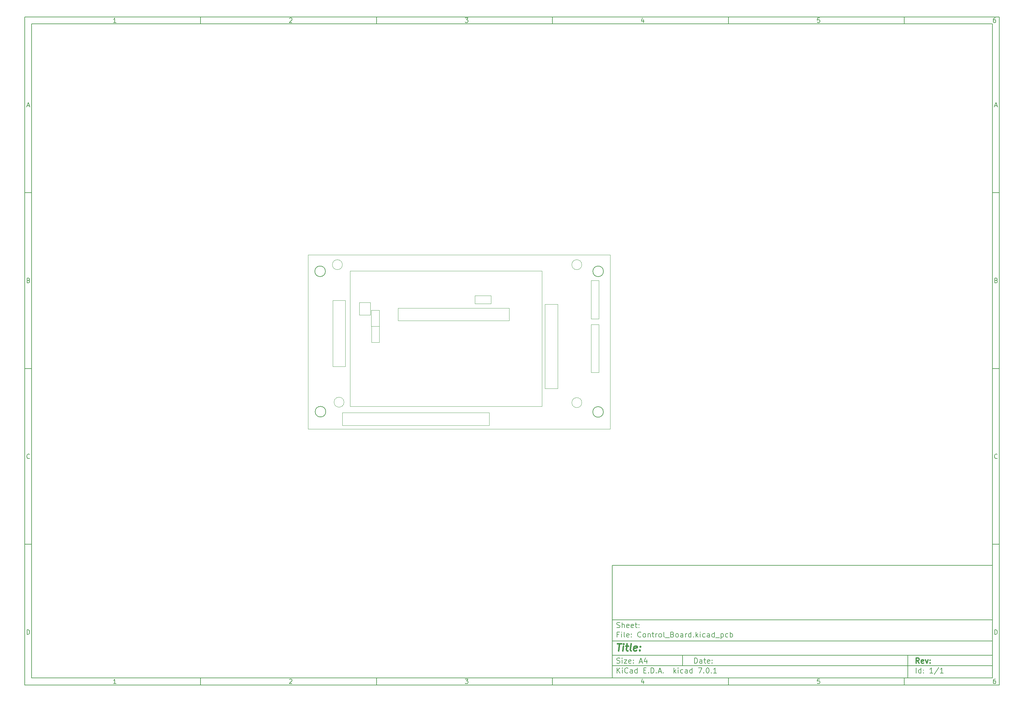
<source format=gbr>
%TF.GenerationSoftware,KiCad,Pcbnew,7.0.1*%
%TF.CreationDate,2023-11-03T16:51:15+00:00*%
%TF.ProjectId,Control_Board,436f6e74-726f-46c5-9f42-6f6172642e6b,rev?*%
%TF.SameCoordinates,Original*%
%TF.FileFunction,Other,User*%
%FSLAX45Y45*%
G04 Gerber Fmt 4.5, Leading zero omitted, Abs format (unit mm)*
G04 Created by KiCad (PCBNEW 7.0.1) date 2023-11-03 16:51:15*
%MOMM*%
%LPD*%
G01*
G04 APERTURE LIST*
%ADD10C,0.100000*%
%ADD11C,0.150000*%
%ADD12C,0.300000*%
%ADD13C,0.400000*%
%ADD14C,0.050000*%
%TA.AperFunction,Profile*%
%ADD15C,0.200000*%
%TD*%
%TA.AperFunction,Profile*%
%ADD16C,0.100000*%
%TD*%
G04 APERTURE END LIST*
D10*
D11*
X17700220Y-16600720D02*
X28500220Y-16600720D01*
X28500220Y-19800720D01*
X17700220Y-19800720D01*
X17700220Y-16600720D01*
D10*
D11*
X1000000Y-1000000D02*
X28700220Y-1000000D01*
X28700220Y-20000720D01*
X1000000Y-20000720D01*
X1000000Y-1000000D01*
D10*
D11*
X1200000Y-1200000D02*
X28500220Y-1200000D01*
X28500220Y-19800720D01*
X1200000Y-19800720D01*
X1200000Y-1200000D01*
D10*
D11*
X6000000Y-1200000D02*
X6000000Y-1000000D01*
D10*
D11*
X11000000Y-1200000D02*
X11000000Y-1000000D01*
D10*
D11*
X16000000Y-1200000D02*
X16000000Y-1000000D01*
D10*
D11*
X21000000Y-1200000D02*
X21000000Y-1000000D01*
D10*
D11*
X26000000Y-1200000D02*
X26000000Y-1000000D01*
D10*
D11*
X3599048Y-1160140D02*
X3524762Y-1160140D01*
X3561905Y-1160140D02*
X3561905Y-1030140D01*
X3561905Y-1030140D02*
X3549524Y-1048712D01*
X3549524Y-1048712D02*
X3537143Y-1061093D01*
X3537143Y-1061093D02*
X3524762Y-1067283D01*
D10*
D11*
X8524762Y-1042521D02*
X8530952Y-1036331D01*
X8530952Y-1036331D02*
X8543333Y-1030140D01*
X8543333Y-1030140D02*
X8574286Y-1030140D01*
X8574286Y-1030140D02*
X8586667Y-1036331D01*
X8586667Y-1036331D02*
X8592857Y-1042521D01*
X8592857Y-1042521D02*
X8599048Y-1054902D01*
X8599048Y-1054902D02*
X8599048Y-1067283D01*
X8599048Y-1067283D02*
X8592857Y-1085855D01*
X8592857Y-1085855D02*
X8518571Y-1160140D01*
X8518571Y-1160140D02*
X8599048Y-1160140D01*
D10*
D11*
X13518571Y-1030140D02*
X13599048Y-1030140D01*
X13599048Y-1030140D02*
X13555714Y-1079664D01*
X13555714Y-1079664D02*
X13574286Y-1079664D01*
X13574286Y-1079664D02*
X13586667Y-1085855D01*
X13586667Y-1085855D02*
X13592857Y-1092045D01*
X13592857Y-1092045D02*
X13599048Y-1104426D01*
X13599048Y-1104426D02*
X13599048Y-1135379D01*
X13599048Y-1135379D02*
X13592857Y-1147760D01*
X13592857Y-1147760D02*
X13586667Y-1153950D01*
X13586667Y-1153950D02*
X13574286Y-1160140D01*
X13574286Y-1160140D02*
X13537143Y-1160140D01*
X13537143Y-1160140D02*
X13524762Y-1153950D01*
X13524762Y-1153950D02*
X13518571Y-1147760D01*
D10*
D11*
X18586667Y-1073474D02*
X18586667Y-1160140D01*
X18555714Y-1023950D02*
X18524762Y-1116807D01*
X18524762Y-1116807D02*
X18605238Y-1116807D01*
D10*
D11*
X23592857Y-1030140D02*
X23530952Y-1030140D01*
X23530952Y-1030140D02*
X23524762Y-1092045D01*
X23524762Y-1092045D02*
X23530952Y-1085855D01*
X23530952Y-1085855D02*
X23543333Y-1079664D01*
X23543333Y-1079664D02*
X23574286Y-1079664D01*
X23574286Y-1079664D02*
X23586667Y-1085855D01*
X23586667Y-1085855D02*
X23592857Y-1092045D01*
X23592857Y-1092045D02*
X23599048Y-1104426D01*
X23599048Y-1104426D02*
X23599048Y-1135379D01*
X23599048Y-1135379D02*
X23592857Y-1147760D01*
X23592857Y-1147760D02*
X23586667Y-1153950D01*
X23586667Y-1153950D02*
X23574286Y-1160140D01*
X23574286Y-1160140D02*
X23543333Y-1160140D01*
X23543333Y-1160140D02*
X23530952Y-1153950D01*
X23530952Y-1153950D02*
X23524762Y-1147760D01*
D10*
D11*
X28586667Y-1030140D02*
X28561905Y-1030140D01*
X28561905Y-1030140D02*
X28549524Y-1036331D01*
X28549524Y-1036331D02*
X28543333Y-1042521D01*
X28543333Y-1042521D02*
X28530952Y-1061093D01*
X28530952Y-1061093D02*
X28524762Y-1085855D01*
X28524762Y-1085855D02*
X28524762Y-1135379D01*
X28524762Y-1135379D02*
X28530952Y-1147760D01*
X28530952Y-1147760D02*
X28537143Y-1153950D01*
X28537143Y-1153950D02*
X28549524Y-1160140D01*
X28549524Y-1160140D02*
X28574286Y-1160140D01*
X28574286Y-1160140D02*
X28586667Y-1153950D01*
X28586667Y-1153950D02*
X28592857Y-1147760D01*
X28592857Y-1147760D02*
X28599048Y-1135379D01*
X28599048Y-1135379D02*
X28599048Y-1104426D01*
X28599048Y-1104426D02*
X28592857Y-1092045D01*
X28592857Y-1092045D02*
X28586667Y-1085855D01*
X28586667Y-1085855D02*
X28574286Y-1079664D01*
X28574286Y-1079664D02*
X28549524Y-1079664D01*
X28549524Y-1079664D02*
X28537143Y-1085855D01*
X28537143Y-1085855D02*
X28530952Y-1092045D01*
X28530952Y-1092045D02*
X28524762Y-1104426D01*
D10*
D11*
X6000000Y-19800720D02*
X6000000Y-20000720D01*
D10*
D11*
X11000000Y-19800720D02*
X11000000Y-20000720D01*
D10*
D11*
X16000000Y-19800720D02*
X16000000Y-20000720D01*
D10*
D11*
X21000000Y-19800720D02*
X21000000Y-20000720D01*
D10*
D11*
X26000000Y-19800720D02*
X26000000Y-20000720D01*
D10*
D11*
X3599048Y-19960860D02*
X3524762Y-19960860D01*
X3561905Y-19960860D02*
X3561905Y-19830860D01*
X3561905Y-19830860D02*
X3549524Y-19849432D01*
X3549524Y-19849432D02*
X3537143Y-19861813D01*
X3537143Y-19861813D02*
X3524762Y-19868003D01*
D10*
D11*
X8524762Y-19843241D02*
X8530952Y-19837051D01*
X8530952Y-19837051D02*
X8543333Y-19830860D01*
X8543333Y-19830860D02*
X8574286Y-19830860D01*
X8574286Y-19830860D02*
X8586667Y-19837051D01*
X8586667Y-19837051D02*
X8592857Y-19843241D01*
X8592857Y-19843241D02*
X8599048Y-19855622D01*
X8599048Y-19855622D02*
X8599048Y-19868003D01*
X8599048Y-19868003D02*
X8592857Y-19886575D01*
X8592857Y-19886575D02*
X8518571Y-19960860D01*
X8518571Y-19960860D02*
X8599048Y-19960860D01*
D10*
D11*
X13518571Y-19830860D02*
X13599048Y-19830860D01*
X13599048Y-19830860D02*
X13555714Y-19880384D01*
X13555714Y-19880384D02*
X13574286Y-19880384D01*
X13574286Y-19880384D02*
X13586667Y-19886575D01*
X13586667Y-19886575D02*
X13592857Y-19892765D01*
X13592857Y-19892765D02*
X13599048Y-19905146D01*
X13599048Y-19905146D02*
X13599048Y-19936099D01*
X13599048Y-19936099D02*
X13592857Y-19948480D01*
X13592857Y-19948480D02*
X13586667Y-19954670D01*
X13586667Y-19954670D02*
X13574286Y-19960860D01*
X13574286Y-19960860D02*
X13537143Y-19960860D01*
X13537143Y-19960860D02*
X13524762Y-19954670D01*
X13524762Y-19954670D02*
X13518571Y-19948480D01*
D10*
D11*
X18586667Y-19874194D02*
X18586667Y-19960860D01*
X18555714Y-19824670D02*
X18524762Y-19917527D01*
X18524762Y-19917527D02*
X18605238Y-19917527D01*
D10*
D11*
X23592857Y-19830860D02*
X23530952Y-19830860D01*
X23530952Y-19830860D02*
X23524762Y-19892765D01*
X23524762Y-19892765D02*
X23530952Y-19886575D01*
X23530952Y-19886575D02*
X23543333Y-19880384D01*
X23543333Y-19880384D02*
X23574286Y-19880384D01*
X23574286Y-19880384D02*
X23586667Y-19886575D01*
X23586667Y-19886575D02*
X23592857Y-19892765D01*
X23592857Y-19892765D02*
X23599048Y-19905146D01*
X23599048Y-19905146D02*
X23599048Y-19936099D01*
X23599048Y-19936099D02*
X23592857Y-19948480D01*
X23592857Y-19948480D02*
X23586667Y-19954670D01*
X23586667Y-19954670D02*
X23574286Y-19960860D01*
X23574286Y-19960860D02*
X23543333Y-19960860D01*
X23543333Y-19960860D02*
X23530952Y-19954670D01*
X23530952Y-19954670D02*
X23524762Y-19948480D01*
D10*
D11*
X28586667Y-19830860D02*
X28561905Y-19830860D01*
X28561905Y-19830860D02*
X28549524Y-19837051D01*
X28549524Y-19837051D02*
X28543333Y-19843241D01*
X28543333Y-19843241D02*
X28530952Y-19861813D01*
X28530952Y-19861813D02*
X28524762Y-19886575D01*
X28524762Y-19886575D02*
X28524762Y-19936099D01*
X28524762Y-19936099D02*
X28530952Y-19948480D01*
X28530952Y-19948480D02*
X28537143Y-19954670D01*
X28537143Y-19954670D02*
X28549524Y-19960860D01*
X28549524Y-19960860D02*
X28574286Y-19960860D01*
X28574286Y-19960860D02*
X28586667Y-19954670D01*
X28586667Y-19954670D02*
X28592857Y-19948480D01*
X28592857Y-19948480D02*
X28599048Y-19936099D01*
X28599048Y-19936099D02*
X28599048Y-19905146D01*
X28599048Y-19905146D02*
X28592857Y-19892765D01*
X28592857Y-19892765D02*
X28586667Y-19886575D01*
X28586667Y-19886575D02*
X28574286Y-19880384D01*
X28574286Y-19880384D02*
X28549524Y-19880384D01*
X28549524Y-19880384D02*
X28537143Y-19886575D01*
X28537143Y-19886575D02*
X28530952Y-19892765D01*
X28530952Y-19892765D02*
X28524762Y-19905146D01*
D10*
D11*
X1000000Y-6000000D02*
X1200000Y-6000000D01*
D10*
D11*
X1000000Y-11000000D02*
X1200000Y-11000000D01*
D10*
D11*
X1000000Y-16000000D02*
X1200000Y-16000000D01*
D10*
D11*
X1069048Y-3522998D02*
X1130952Y-3522998D01*
X1056667Y-3560140D02*
X1100000Y-3430140D01*
X1100000Y-3430140D02*
X1143333Y-3560140D01*
D10*
D11*
X1109286Y-8492045D02*
X1127857Y-8498236D01*
X1127857Y-8498236D02*
X1134048Y-8504426D01*
X1134048Y-8504426D02*
X1140238Y-8516807D01*
X1140238Y-8516807D02*
X1140238Y-8535379D01*
X1140238Y-8535379D02*
X1134048Y-8547760D01*
X1134048Y-8547760D02*
X1127857Y-8553950D01*
X1127857Y-8553950D02*
X1115476Y-8560140D01*
X1115476Y-8560140D02*
X1065952Y-8560140D01*
X1065952Y-8560140D02*
X1065952Y-8430140D01*
X1065952Y-8430140D02*
X1109286Y-8430140D01*
X1109286Y-8430140D02*
X1121667Y-8436331D01*
X1121667Y-8436331D02*
X1127857Y-8442521D01*
X1127857Y-8442521D02*
X1134048Y-8454902D01*
X1134048Y-8454902D02*
X1134048Y-8467283D01*
X1134048Y-8467283D02*
X1127857Y-8479664D01*
X1127857Y-8479664D02*
X1121667Y-8485855D01*
X1121667Y-8485855D02*
X1109286Y-8492045D01*
X1109286Y-8492045D02*
X1065952Y-8492045D01*
D10*
D11*
X1140238Y-13547759D02*
X1134048Y-13553950D01*
X1134048Y-13553950D02*
X1115476Y-13560140D01*
X1115476Y-13560140D02*
X1103095Y-13560140D01*
X1103095Y-13560140D02*
X1084524Y-13553950D01*
X1084524Y-13553950D02*
X1072143Y-13541569D01*
X1072143Y-13541569D02*
X1065952Y-13529188D01*
X1065952Y-13529188D02*
X1059762Y-13504426D01*
X1059762Y-13504426D02*
X1059762Y-13485855D01*
X1059762Y-13485855D02*
X1065952Y-13461093D01*
X1065952Y-13461093D02*
X1072143Y-13448712D01*
X1072143Y-13448712D02*
X1084524Y-13436331D01*
X1084524Y-13436331D02*
X1103095Y-13430140D01*
X1103095Y-13430140D02*
X1115476Y-13430140D01*
X1115476Y-13430140D02*
X1134048Y-13436331D01*
X1134048Y-13436331D02*
X1140238Y-13442521D01*
D10*
D11*
X1065952Y-18560140D02*
X1065952Y-18430140D01*
X1065952Y-18430140D02*
X1096905Y-18430140D01*
X1096905Y-18430140D02*
X1115476Y-18436331D01*
X1115476Y-18436331D02*
X1127857Y-18448712D01*
X1127857Y-18448712D02*
X1134048Y-18461093D01*
X1134048Y-18461093D02*
X1140238Y-18485855D01*
X1140238Y-18485855D02*
X1140238Y-18504426D01*
X1140238Y-18504426D02*
X1134048Y-18529188D01*
X1134048Y-18529188D02*
X1127857Y-18541569D01*
X1127857Y-18541569D02*
X1115476Y-18553950D01*
X1115476Y-18553950D02*
X1096905Y-18560140D01*
X1096905Y-18560140D02*
X1065952Y-18560140D01*
D10*
D11*
X28700220Y-6000000D02*
X28500220Y-6000000D01*
D10*
D11*
X28700220Y-11000000D02*
X28500220Y-11000000D01*
D10*
D11*
X28700220Y-16000000D02*
X28500220Y-16000000D01*
D10*
D11*
X28569268Y-3522998D02*
X28631172Y-3522998D01*
X28556887Y-3560140D02*
X28600220Y-3430140D01*
X28600220Y-3430140D02*
X28643553Y-3560140D01*
D10*
D11*
X28609506Y-8492045D02*
X28628077Y-8498236D01*
X28628077Y-8498236D02*
X28634268Y-8504426D01*
X28634268Y-8504426D02*
X28640458Y-8516807D01*
X28640458Y-8516807D02*
X28640458Y-8535379D01*
X28640458Y-8535379D02*
X28634268Y-8547760D01*
X28634268Y-8547760D02*
X28628077Y-8553950D01*
X28628077Y-8553950D02*
X28615696Y-8560140D01*
X28615696Y-8560140D02*
X28566172Y-8560140D01*
X28566172Y-8560140D02*
X28566172Y-8430140D01*
X28566172Y-8430140D02*
X28609506Y-8430140D01*
X28609506Y-8430140D02*
X28621887Y-8436331D01*
X28621887Y-8436331D02*
X28628077Y-8442521D01*
X28628077Y-8442521D02*
X28634268Y-8454902D01*
X28634268Y-8454902D02*
X28634268Y-8467283D01*
X28634268Y-8467283D02*
X28628077Y-8479664D01*
X28628077Y-8479664D02*
X28621887Y-8485855D01*
X28621887Y-8485855D02*
X28609506Y-8492045D01*
X28609506Y-8492045D02*
X28566172Y-8492045D01*
D10*
D11*
X28640458Y-13547759D02*
X28634268Y-13553950D01*
X28634268Y-13553950D02*
X28615696Y-13560140D01*
X28615696Y-13560140D02*
X28603315Y-13560140D01*
X28603315Y-13560140D02*
X28584744Y-13553950D01*
X28584744Y-13553950D02*
X28572363Y-13541569D01*
X28572363Y-13541569D02*
X28566172Y-13529188D01*
X28566172Y-13529188D02*
X28559982Y-13504426D01*
X28559982Y-13504426D02*
X28559982Y-13485855D01*
X28559982Y-13485855D02*
X28566172Y-13461093D01*
X28566172Y-13461093D02*
X28572363Y-13448712D01*
X28572363Y-13448712D02*
X28584744Y-13436331D01*
X28584744Y-13436331D02*
X28603315Y-13430140D01*
X28603315Y-13430140D02*
X28615696Y-13430140D01*
X28615696Y-13430140D02*
X28634268Y-13436331D01*
X28634268Y-13436331D02*
X28640458Y-13442521D01*
D10*
D11*
X28566172Y-18560140D02*
X28566172Y-18430140D01*
X28566172Y-18430140D02*
X28597125Y-18430140D01*
X28597125Y-18430140D02*
X28615696Y-18436331D01*
X28615696Y-18436331D02*
X28628077Y-18448712D01*
X28628077Y-18448712D02*
X28634268Y-18461093D01*
X28634268Y-18461093D02*
X28640458Y-18485855D01*
X28640458Y-18485855D02*
X28640458Y-18504426D01*
X28640458Y-18504426D02*
X28634268Y-18529188D01*
X28634268Y-18529188D02*
X28628077Y-18541569D01*
X28628077Y-18541569D02*
X28615696Y-18553950D01*
X28615696Y-18553950D02*
X28597125Y-18560140D01*
X28597125Y-18560140D02*
X28566172Y-18560140D01*
D10*
D11*
X20035934Y-19380113D02*
X20035934Y-19230113D01*
X20035934Y-19230113D02*
X20071649Y-19230113D01*
X20071649Y-19230113D02*
X20093077Y-19237256D01*
X20093077Y-19237256D02*
X20107363Y-19251541D01*
X20107363Y-19251541D02*
X20114506Y-19265827D01*
X20114506Y-19265827D02*
X20121649Y-19294399D01*
X20121649Y-19294399D02*
X20121649Y-19315827D01*
X20121649Y-19315827D02*
X20114506Y-19344399D01*
X20114506Y-19344399D02*
X20107363Y-19358684D01*
X20107363Y-19358684D02*
X20093077Y-19372970D01*
X20093077Y-19372970D02*
X20071649Y-19380113D01*
X20071649Y-19380113D02*
X20035934Y-19380113D01*
X20250220Y-19380113D02*
X20250220Y-19301541D01*
X20250220Y-19301541D02*
X20243077Y-19287256D01*
X20243077Y-19287256D02*
X20228791Y-19280113D01*
X20228791Y-19280113D02*
X20200220Y-19280113D01*
X20200220Y-19280113D02*
X20185934Y-19287256D01*
X20250220Y-19372970D02*
X20235934Y-19380113D01*
X20235934Y-19380113D02*
X20200220Y-19380113D01*
X20200220Y-19380113D02*
X20185934Y-19372970D01*
X20185934Y-19372970D02*
X20178791Y-19358684D01*
X20178791Y-19358684D02*
X20178791Y-19344399D01*
X20178791Y-19344399D02*
X20185934Y-19330113D01*
X20185934Y-19330113D02*
X20200220Y-19322970D01*
X20200220Y-19322970D02*
X20235934Y-19322970D01*
X20235934Y-19322970D02*
X20250220Y-19315827D01*
X20300220Y-19280113D02*
X20357363Y-19280113D01*
X20321649Y-19230113D02*
X20321649Y-19358684D01*
X20321649Y-19358684D02*
X20328791Y-19372970D01*
X20328791Y-19372970D02*
X20343077Y-19380113D01*
X20343077Y-19380113D02*
X20357363Y-19380113D01*
X20464506Y-19372970D02*
X20450220Y-19380113D01*
X20450220Y-19380113D02*
X20421649Y-19380113D01*
X20421649Y-19380113D02*
X20407363Y-19372970D01*
X20407363Y-19372970D02*
X20400220Y-19358684D01*
X20400220Y-19358684D02*
X20400220Y-19301541D01*
X20400220Y-19301541D02*
X20407363Y-19287256D01*
X20407363Y-19287256D02*
X20421649Y-19280113D01*
X20421649Y-19280113D02*
X20450220Y-19280113D01*
X20450220Y-19280113D02*
X20464506Y-19287256D01*
X20464506Y-19287256D02*
X20471649Y-19301541D01*
X20471649Y-19301541D02*
X20471649Y-19315827D01*
X20471649Y-19315827D02*
X20400220Y-19330113D01*
X20535934Y-19365827D02*
X20543077Y-19372970D01*
X20543077Y-19372970D02*
X20535934Y-19380113D01*
X20535934Y-19380113D02*
X20528791Y-19372970D01*
X20528791Y-19372970D02*
X20535934Y-19365827D01*
X20535934Y-19365827D02*
X20535934Y-19380113D01*
X20535934Y-19287256D02*
X20543077Y-19294399D01*
X20543077Y-19294399D02*
X20535934Y-19301541D01*
X20535934Y-19301541D02*
X20528791Y-19294399D01*
X20528791Y-19294399D02*
X20535934Y-19287256D01*
X20535934Y-19287256D02*
X20535934Y-19301541D01*
D10*
D11*
X17700220Y-19450720D02*
X28500220Y-19450720D01*
D10*
D11*
X17835934Y-19660113D02*
X17835934Y-19510113D01*
X17921649Y-19660113D02*
X17857363Y-19574399D01*
X17921649Y-19510113D02*
X17835934Y-19595827D01*
X17985934Y-19660113D02*
X17985934Y-19560113D01*
X17985934Y-19510113D02*
X17978791Y-19517256D01*
X17978791Y-19517256D02*
X17985934Y-19524399D01*
X17985934Y-19524399D02*
X17993077Y-19517256D01*
X17993077Y-19517256D02*
X17985934Y-19510113D01*
X17985934Y-19510113D02*
X17985934Y-19524399D01*
X18143077Y-19645827D02*
X18135934Y-19652970D01*
X18135934Y-19652970D02*
X18114506Y-19660113D01*
X18114506Y-19660113D02*
X18100220Y-19660113D01*
X18100220Y-19660113D02*
X18078791Y-19652970D01*
X18078791Y-19652970D02*
X18064506Y-19638684D01*
X18064506Y-19638684D02*
X18057363Y-19624399D01*
X18057363Y-19624399D02*
X18050220Y-19595827D01*
X18050220Y-19595827D02*
X18050220Y-19574399D01*
X18050220Y-19574399D02*
X18057363Y-19545827D01*
X18057363Y-19545827D02*
X18064506Y-19531541D01*
X18064506Y-19531541D02*
X18078791Y-19517256D01*
X18078791Y-19517256D02*
X18100220Y-19510113D01*
X18100220Y-19510113D02*
X18114506Y-19510113D01*
X18114506Y-19510113D02*
X18135934Y-19517256D01*
X18135934Y-19517256D02*
X18143077Y-19524399D01*
X18271649Y-19660113D02*
X18271649Y-19581541D01*
X18271649Y-19581541D02*
X18264506Y-19567256D01*
X18264506Y-19567256D02*
X18250220Y-19560113D01*
X18250220Y-19560113D02*
X18221649Y-19560113D01*
X18221649Y-19560113D02*
X18207363Y-19567256D01*
X18271649Y-19652970D02*
X18257363Y-19660113D01*
X18257363Y-19660113D02*
X18221649Y-19660113D01*
X18221649Y-19660113D02*
X18207363Y-19652970D01*
X18207363Y-19652970D02*
X18200220Y-19638684D01*
X18200220Y-19638684D02*
X18200220Y-19624399D01*
X18200220Y-19624399D02*
X18207363Y-19610113D01*
X18207363Y-19610113D02*
X18221649Y-19602970D01*
X18221649Y-19602970D02*
X18257363Y-19602970D01*
X18257363Y-19602970D02*
X18271649Y-19595827D01*
X18407363Y-19660113D02*
X18407363Y-19510113D01*
X18407363Y-19652970D02*
X18393077Y-19660113D01*
X18393077Y-19660113D02*
X18364506Y-19660113D01*
X18364506Y-19660113D02*
X18350220Y-19652970D01*
X18350220Y-19652970D02*
X18343077Y-19645827D01*
X18343077Y-19645827D02*
X18335934Y-19631541D01*
X18335934Y-19631541D02*
X18335934Y-19588684D01*
X18335934Y-19588684D02*
X18343077Y-19574399D01*
X18343077Y-19574399D02*
X18350220Y-19567256D01*
X18350220Y-19567256D02*
X18364506Y-19560113D01*
X18364506Y-19560113D02*
X18393077Y-19560113D01*
X18393077Y-19560113D02*
X18407363Y-19567256D01*
X18593077Y-19581541D02*
X18643077Y-19581541D01*
X18664506Y-19660113D02*
X18593077Y-19660113D01*
X18593077Y-19660113D02*
X18593077Y-19510113D01*
X18593077Y-19510113D02*
X18664506Y-19510113D01*
X18728791Y-19645827D02*
X18735934Y-19652970D01*
X18735934Y-19652970D02*
X18728791Y-19660113D01*
X18728791Y-19660113D02*
X18721649Y-19652970D01*
X18721649Y-19652970D02*
X18728791Y-19645827D01*
X18728791Y-19645827D02*
X18728791Y-19660113D01*
X18800220Y-19660113D02*
X18800220Y-19510113D01*
X18800220Y-19510113D02*
X18835934Y-19510113D01*
X18835934Y-19510113D02*
X18857363Y-19517256D01*
X18857363Y-19517256D02*
X18871649Y-19531541D01*
X18871649Y-19531541D02*
X18878792Y-19545827D01*
X18878792Y-19545827D02*
X18885934Y-19574399D01*
X18885934Y-19574399D02*
X18885934Y-19595827D01*
X18885934Y-19595827D02*
X18878792Y-19624399D01*
X18878792Y-19624399D02*
X18871649Y-19638684D01*
X18871649Y-19638684D02*
X18857363Y-19652970D01*
X18857363Y-19652970D02*
X18835934Y-19660113D01*
X18835934Y-19660113D02*
X18800220Y-19660113D01*
X18950220Y-19645827D02*
X18957363Y-19652970D01*
X18957363Y-19652970D02*
X18950220Y-19660113D01*
X18950220Y-19660113D02*
X18943077Y-19652970D01*
X18943077Y-19652970D02*
X18950220Y-19645827D01*
X18950220Y-19645827D02*
X18950220Y-19660113D01*
X19014506Y-19617256D02*
X19085934Y-19617256D01*
X19000220Y-19660113D02*
X19050220Y-19510113D01*
X19050220Y-19510113D02*
X19100220Y-19660113D01*
X19150220Y-19645827D02*
X19157363Y-19652970D01*
X19157363Y-19652970D02*
X19150220Y-19660113D01*
X19150220Y-19660113D02*
X19143077Y-19652970D01*
X19143077Y-19652970D02*
X19150220Y-19645827D01*
X19150220Y-19645827D02*
X19150220Y-19660113D01*
X19450220Y-19660113D02*
X19450220Y-19510113D01*
X19464506Y-19602970D02*
X19507363Y-19660113D01*
X19507363Y-19560113D02*
X19450220Y-19617256D01*
X19571649Y-19660113D02*
X19571649Y-19560113D01*
X19571649Y-19510113D02*
X19564506Y-19517256D01*
X19564506Y-19517256D02*
X19571649Y-19524399D01*
X19571649Y-19524399D02*
X19578792Y-19517256D01*
X19578792Y-19517256D02*
X19571649Y-19510113D01*
X19571649Y-19510113D02*
X19571649Y-19524399D01*
X19707363Y-19652970D02*
X19693077Y-19660113D01*
X19693077Y-19660113D02*
X19664506Y-19660113D01*
X19664506Y-19660113D02*
X19650220Y-19652970D01*
X19650220Y-19652970D02*
X19643077Y-19645827D01*
X19643077Y-19645827D02*
X19635934Y-19631541D01*
X19635934Y-19631541D02*
X19635934Y-19588684D01*
X19635934Y-19588684D02*
X19643077Y-19574399D01*
X19643077Y-19574399D02*
X19650220Y-19567256D01*
X19650220Y-19567256D02*
X19664506Y-19560113D01*
X19664506Y-19560113D02*
X19693077Y-19560113D01*
X19693077Y-19560113D02*
X19707363Y-19567256D01*
X19835934Y-19660113D02*
X19835934Y-19581541D01*
X19835934Y-19581541D02*
X19828792Y-19567256D01*
X19828792Y-19567256D02*
X19814506Y-19560113D01*
X19814506Y-19560113D02*
X19785934Y-19560113D01*
X19785934Y-19560113D02*
X19771649Y-19567256D01*
X19835934Y-19652970D02*
X19821649Y-19660113D01*
X19821649Y-19660113D02*
X19785934Y-19660113D01*
X19785934Y-19660113D02*
X19771649Y-19652970D01*
X19771649Y-19652970D02*
X19764506Y-19638684D01*
X19764506Y-19638684D02*
X19764506Y-19624399D01*
X19764506Y-19624399D02*
X19771649Y-19610113D01*
X19771649Y-19610113D02*
X19785934Y-19602970D01*
X19785934Y-19602970D02*
X19821649Y-19602970D01*
X19821649Y-19602970D02*
X19835934Y-19595827D01*
X19971649Y-19660113D02*
X19971649Y-19510113D01*
X19971649Y-19652970D02*
X19957363Y-19660113D01*
X19957363Y-19660113D02*
X19928792Y-19660113D01*
X19928792Y-19660113D02*
X19914506Y-19652970D01*
X19914506Y-19652970D02*
X19907363Y-19645827D01*
X19907363Y-19645827D02*
X19900220Y-19631541D01*
X19900220Y-19631541D02*
X19900220Y-19588684D01*
X19900220Y-19588684D02*
X19907363Y-19574399D01*
X19907363Y-19574399D02*
X19914506Y-19567256D01*
X19914506Y-19567256D02*
X19928792Y-19560113D01*
X19928792Y-19560113D02*
X19957363Y-19560113D01*
X19957363Y-19560113D02*
X19971649Y-19567256D01*
X20143077Y-19510113D02*
X20243077Y-19510113D01*
X20243077Y-19510113D02*
X20178792Y-19660113D01*
X20300220Y-19645827D02*
X20307363Y-19652970D01*
X20307363Y-19652970D02*
X20300220Y-19660113D01*
X20300220Y-19660113D02*
X20293077Y-19652970D01*
X20293077Y-19652970D02*
X20300220Y-19645827D01*
X20300220Y-19645827D02*
X20300220Y-19660113D01*
X20400220Y-19510113D02*
X20414506Y-19510113D01*
X20414506Y-19510113D02*
X20428792Y-19517256D01*
X20428792Y-19517256D02*
X20435934Y-19524399D01*
X20435934Y-19524399D02*
X20443077Y-19538684D01*
X20443077Y-19538684D02*
X20450220Y-19567256D01*
X20450220Y-19567256D02*
X20450220Y-19602970D01*
X20450220Y-19602970D02*
X20443077Y-19631541D01*
X20443077Y-19631541D02*
X20435934Y-19645827D01*
X20435934Y-19645827D02*
X20428792Y-19652970D01*
X20428792Y-19652970D02*
X20414506Y-19660113D01*
X20414506Y-19660113D02*
X20400220Y-19660113D01*
X20400220Y-19660113D02*
X20385934Y-19652970D01*
X20385934Y-19652970D02*
X20378792Y-19645827D01*
X20378792Y-19645827D02*
X20371649Y-19631541D01*
X20371649Y-19631541D02*
X20364506Y-19602970D01*
X20364506Y-19602970D02*
X20364506Y-19567256D01*
X20364506Y-19567256D02*
X20371649Y-19538684D01*
X20371649Y-19538684D02*
X20378792Y-19524399D01*
X20378792Y-19524399D02*
X20385934Y-19517256D01*
X20385934Y-19517256D02*
X20400220Y-19510113D01*
X20514506Y-19645827D02*
X20521649Y-19652970D01*
X20521649Y-19652970D02*
X20514506Y-19660113D01*
X20514506Y-19660113D02*
X20507363Y-19652970D01*
X20507363Y-19652970D02*
X20514506Y-19645827D01*
X20514506Y-19645827D02*
X20514506Y-19660113D01*
X20664506Y-19660113D02*
X20578792Y-19660113D01*
X20621649Y-19660113D02*
X20621649Y-19510113D01*
X20621649Y-19510113D02*
X20607363Y-19531541D01*
X20607363Y-19531541D02*
X20593077Y-19545827D01*
X20593077Y-19545827D02*
X20578792Y-19552970D01*
D10*
D11*
X17700220Y-19150720D02*
X28500220Y-19150720D01*
D10*
D12*
X26421648Y-19380113D02*
X26371648Y-19308684D01*
X26335934Y-19380113D02*
X26335934Y-19230113D01*
X26335934Y-19230113D02*
X26393077Y-19230113D01*
X26393077Y-19230113D02*
X26407363Y-19237256D01*
X26407363Y-19237256D02*
X26414506Y-19244399D01*
X26414506Y-19244399D02*
X26421648Y-19258684D01*
X26421648Y-19258684D02*
X26421648Y-19280113D01*
X26421648Y-19280113D02*
X26414506Y-19294399D01*
X26414506Y-19294399D02*
X26407363Y-19301541D01*
X26407363Y-19301541D02*
X26393077Y-19308684D01*
X26393077Y-19308684D02*
X26335934Y-19308684D01*
X26543077Y-19372970D02*
X26528791Y-19380113D01*
X26528791Y-19380113D02*
X26500220Y-19380113D01*
X26500220Y-19380113D02*
X26485934Y-19372970D01*
X26485934Y-19372970D02*
X26478791Y-19358684D01*
X26478791Y-19358684D02*
X26478791Y-19301541D01*
X26478791Y-19301541D02*
X26485934Y-19287256D01*
X26485934Y-19287256D02*
X26500220Y-19280113D01*
X26500220Y-19280113D02*
X26528791Y-19280113D01*
X26528791Y-19280113D02*
X26543077Y-19287256D01*
X26543077Y-19287256D02*
X26550220Y-19301541D01*
X26550220Y-19301541D02*
X26550220Y-19315827D01*
X26550220Y-19315827D02*
X26478791Y-19330113D01*
X26600220Y-19280113D02*
X26635934Y-19380113D01*
X26635934Y-19380113D02*
X26671648Y-19280113D01*
X26728791Y-19365827D02*
X26735934Y-19372970D01*
X26735934Y-19372970D02*
X26728791Y-19380113D01*
X26728791Y-19380113D02*
X26721648Y-19372970D01*
X26721648Y-19372970D02*
X26728791Y-19365827D01*
X26728791Y-19365827D02*
X26728791Y-19380113D01*
X26728791Y-19287256D02*
X26735934Y-19294399D01*
X26735934Y-19294399D02*
X26728791Y-19301541D01*
X26728791Y-19301541D02*
X26721648Y-19294399D01*
X26721648Y-19294399D02*
X26728791Y-19287256D01*
X26728791Y-19287256D02*
X26728791Y-19301541D01*
D10*
D11*
X17828791Y-19372970D02*
X17850220Y-19380113D01*
X17850220Y-19380113D02*
X17885934Y-19380113D01*
X17885934Y-19380113D02*
X17900220Y-19372970D01*
X17900220Y-19372970D02*
X17907363Y-19365827D01*
X17907363Y-19365827D02*
X17914506Y-19351541D01*
X17914506Y-19351541D02*
X17914506Y-19337256D01*
X17914506Y-19337256D02*
X17907363Y-19322970D01*
X17907363Y-19322970D02*
X17900220Y-19315827D01*
X17900220Y-19315827D02*
X17885934Y-19308684D01*
X17885934Y-19308684D02*
X17857363Y-19301541D01*
X17857363Y-19301541D02*
X17843077Y-19294399D01*
X17843077Y-19294399D02*
X17835934Y-19287256D01*
X17835934Y-19287256D02*
X17828791Y-19272970D01*
X17828791Y-19272970D02*
X17828791Y-19258684D01*
X17828791Y-19258684D02*
X17835934Y-19244399D01*
X17835934Y-19244399D02*
X17843077Y-19237256D01*
X17843077Y-19237256D02*
X17857363Y-19230113D01*
X17857363Y-19230113D02*
X17893077Y-19230113D01*
X17893077Y-19230113D02*
X17914506Y-19237256D01*
X17978791Y-19380113D02*
X17978791Y-19280113D01*
X17978791Y-19230113D02*
X17971649Y-19237256D01*
X17971649Y-19237256D02*
X17978791Y-19244399D01*
X17978791Y-19244399D02*
X17985934Y-19237256D01*
X17985934Y-19237256D02*
X17978791Y-19230113D01*
X17978791Y-19230113D02*
X17978791Y-19244399D01*
X18035934Y-19280113D02*
X18114506Y-19280113D01*
X18114506Y-19280113D02*
X18035934Y-19380113D01*
X18035934Y-19380113D02*
X18114506Y-19380113D01*
X18228791Y-19372970D02*
X18214506Y-19380113D01*
X18214506Y-19380113D02*
X18185934Y-19380113D01*
X18185934Y-19380113D02*
X18171649Y-19372970D01*
X18171649Y-19372970D02*
X18164506Y-19358684D01*
X18164506Y-19358684D02*
X18164506Y-19301541D01*
X18164506Y-19301541D02*
X18171649Y-19287256D01*
X18171649Y-19287256D02*
X18185934Y-19280113D01*
X18185934Y-19280113D02*
X18214506Y-19280113D01*
X18214506Y-19280113D02*
X18228791Y-19287256D01*
X18228791Y-19287256D02*
X18235934Y-19301541D01*
X18235934Y-19301541D02*
X18235934Y-19315827D01*
X18235934Y-19315827D02*
X18164506Y-19330113D01*
X18300220Y-19365827D02*
X18307363Y-19372970D01*
X18307363Y-19372970D02*
X18300220Y-19380113D01*
X18300220Y-19380113D02*
X18293077Y-19372970D01*
X18293077Y-19372970D02*
X18300220Y-19365827D01*
X18300220Y-19365827D02*
X18300220Y-19380113D01*
X18300220Y-19287256D02*
X18307363Y-19294399D01*
X18307363Y-19294399D02*
X18300220Y-19301541D01*
X18300220Y-19301541D02*
X18293077Y-19294399D01*
X18293077Y-19294399D02*
X18300220Y-19287256D01*
X18300220Y-19287256D02*
X18300220Y-19301541D01*
X18478791Y-19337256D02*
X18550220Y-19337256D01*
X18464506Y-19380113D02*
X18514506Y-19230113D01*
X18514506Y-19230113D02*
X18564506Y-19380113D01*
X18678791Y-19280113D02*
X18678791Y-19380113D01*
X18643077Y-19222970D02*
X18607363Y-19330113D01*
X18607363Y-19330113D02*
X18700220Y-19330113D01*
D10*
D11*
X26335934Y-19660113D02*
X26335934Y-19510113D01*
X26471649Y-19660113D02*
X26471649Y-19510113D01*
X26471649Y-19652970D02*
X26457363Y-19660113D01*
X26457363Y-19660113D02*
X26428791Y-19660113D01*
X26428791Y-19660113D02*
X26414506Y-19652970D01*
X26414506Y-19652970D02*
X26407363Y-19645827D01*
X26407363Y-19645827D02*
X26400220Y-19631541D01*
X26400220Y-19631541D02*
X26400220Y-19588684D01*
X26400220Y-19588684D02*
X26407363Y-19574399D01*
X26407363Y-19574399D02*
X26414506Y-19567256D01*
X26414506Y-19567256D02*
X26428791Y-19560113D01*
X26428791Y-19560113D02*
X26457363Y-19560113D01*
X26457363Y-19560113D02*
X26471649Y-19567256D01*
X26543077Y-19645827D02*
X26550220Y-19652970D01*
X26550220Y-19652970D02*
X26543077Y-19660113D01*
X26543077Y-19660113D02*
X26535934Y-19652970D01*
X26535934Y-19652970D02*
X26543077Y-19645827D01*
X26543077Y-19645827D02*
X26543077Y-19660113D01*
X26543077Y-19567256D02*
X26550220Y-19574399D01*
X26550220Y-19574399D02*
X26543077Y-19581541D01*
X26543077Y-19581541D02*
X26535934Y-19574399D01*
X26535934Y-19574399D02*
X26543077Y-19567256D01*
X26543077Y-19567256D02*
X26543077Y-19581541D01*
X26807363Y-19660113D02*
X26721649Y-19660113D01*
X26764506Y-19660113D02*
X26764506Y-19510113D01*
X26764506Y-19510113D02*
X26750220Y-19531541D01*
X26750220Y-19531541D02*
X26735934Y-19545827D01*
X26735934Y-19545827D02*
X26721649Y-19552970D01*
X26978791Y-19502970D02*
X26850220Y-19695827D01*
X27107363Y-19660113D02*
X27021649Y-19660113D01*
X27064506Y-19660113D02*
X27064506Y-19510113D01*
X27064506Y-19510113D02*
X27050220Y-19531541D01*
X27050220Y-19531541D02*
X27035934Y-19545827D01*
X27035934Y-19545827D02*
X27021649Y-19552970D01*
D10*
D11*
X17700220Y-18750720D02*
X28500220Y-18750720D01*
D10*
D13*
X17843077Y-18823244D02*
X17957363Y-18823244D01*
X17875220Y-19023244D02*
X17900220Y-18823244D01*
X17997839Y-19023244D02*
X18014506Y-18889910D01*
X18022839Y-18823244D02*
X18012125Y-18832768D01*
X18012125Y-18832768D02*
X18020458Y-18842291D01*
X18020458Y-18842291D02*
X18031172Y-18832768D01*
X18031172Y-18832768D02*
X18022839Y-18823244D01*
X18022839Y-18823244D02*
X18020458Y-18842291D01*
X18079982Y-18889910D02*
X18156172Y-18889910D01*
X18116887Y-18823244D02*
X18095458Y-18994672D01*
X18095458Y-18994672D02*
X18102601Y-19013720D01*
X18102601Y-19013720D02*
X18120458Y-19023244D01*
X18120458Y-19023244D02*
X18139506Y-19023244D01*
X18233553Y-19023244D02*
X18215696Y-19013720D01*
X18215696Y-19013720D02*
X18208553Y-18994672D01*
X18208553Y-18994672D02*
X18229982Y-18823244D01*
X18385934Y-19013720D02*
X18365696Y-19023244D01*
X18365696Y-19023244D02*
X18327601Y-19023244D01*
X18327601Y-19023244D02*
X18309744Y-19013720D01*
X18309744Y-19013720D02*
X18302601Y-18994672D01*
X18302601Y-18994672D02*
X18312125Y-18918482D01*
X18312125Y-18918482D02*
X18324029Y-18899434D01*
X18324029Y-18899434D02*
X18344268Y-18889910D01*
X18344268Y-18889910D02*
X18382363Y-18889910D01*
X18382363Y-18889910D02*
X18400220Y-18899434D01*
X18400220Y-18899434D02*
X18407363Y-18918482D01*
X18407363Y-18918482D02*
X18404982Y-18937530D01*
X18404982Y-18937530D02*
X18307363Y-18956577D01*
X18481172Y-19004196D02*
X18489506Y-19013720D01*
X18489506Y-19013720D02*
X18478791Y-19023244D01*
X18478791Y-19023244D02*
X18470458Y-19013720D01*
X18470458Y-19013720D02*
X18481172Y-19004196D01*
X18481172Y-19004196D02*
X18478791Y-19023244D01*
X18494268Y-18899434D02*
X18502601Y-18908958D01*
X18502601Y-18908958D02*
X18491887Y-18918482D01*
X18491887Y-18918482D02*
X18483553Y-18908958D01*
X18483553Y-18908958D02*
X18494268Y-18899434D01*
X18494268Y-18899434D02*
X18491887Y-18918482D01*
D10*
D11*
X17885934Y-18561541D02*
X17835934Y-18561541D01*
X17835934Y-18640113D02*
X17835934Y-18490113D01*
X17835934Y-18490113D02*
X17907363Y-18490113D01*
X17964506Y-18640113D02*
X17964506Y-18540113D01*
X17964506Y-18490113D02*
X17957363Y-18497256D01*
X17957363Y-18497256D02*
X17964506Y-18504399D01*
X17964506Y-18504399D02*
X17971649Y-18497256D01*
X17971649Y-18497256D02*
X17964506Y-18490113D01*
X17964506Y-18490113D02*
X17964506Y-18504399D01*
X18057363Y-18640113D02*
X18043077Y-18632970D01*
X18043077Y-18632970D02*
X18035934Y-18618684D01*
X18035934Y-18618684D02*
X18035934Y-18490113D01*
X18171649Y-18632970D02*
X18157363Y-18640113D01*
X18157363Y-18640113D02*
X18128791Y-18640113D01*
X18128791Y-18640113D02*
X18114506Y-18632970D01*
X18114506Y-18632970D02*
X18107363Y-18618684D01*
X18107363Y-18618684D02*
X18107363Y-18561541D01*
X18107363Y-18561541D02*
X18114506Y-18547256D01*
X18114506Y-18547256D02*
X18128791Y-18540113D01*
X18128791Y-18540113D02*
X18157363Y-18540113D01*
X18157363Y-18540113D02*
X18171649Y-18547256D01*
X18171649Y-18547256D02*
X18178791Y-18561541D01*
X18178791Y-18561541D02*
X18178791Y-18575827D01*
X18178791Y-18575827D02*
X18107363Y-18590113D01*
X18243077Y-18625827D02*
X18250220Y-18632970D01*
X18250220Y-18632970D02*
X18243077Y-18640113D01*
X18243077Y-18640113D02*
X18235934Y-18632970D01*
X18235934Y-18632970D02*
X18243077Y-18625827D01*
X18243077Y-18625827D02*
X18243077Y-18640113D01*
X18243077Y-18547256D02*
X18250220Y-18554399D01*
X18250220Y-18554399D02*
X18243077Y-18561541D01*
X18243077Y-18561541D02*
X18235934Y-18554399D01*
X18235934Y-18554399D02*
X18243077Y-18547256D01*
X18243077Y-18547256D02*
X18243077Y-18561541D01*
X18514506Y-18625827D02*
X18507363Y-18632970D01*
X18507363Y-18632970D02*
X18485934Y-18640113D01*
X18485934Y-18640113D02*
X18471649Y-18640113D01*
X18471649Y-18640113D02*
X18450220Y-18632970D01*
X18450220Y-18632970D02*
X18435934Y-18618684D01*
X18435934Y-18618684D02*
X18428791Y-18604399D01*
X18428791Y-18604399D02*
X18421649Y-18575827D01*
X18421649Y-18575827D02*
X18421649Y-18554399D01*
X18421649Y-18554399D02*
X18428791Y-18525827D01*
X18428791Y-18525827D02*
X18435934Y-18511541D01*
X18435934Y-18511541D02*
X18450220Y-18497256D01*
X18450220Y-18497256D02*
X18471649Y-18490113D01*
X18471649Y-18490113D02*
X18485934Y-18490113D01*
X18485934Y-18490113D02*
X18507363Y-18497256D01*
X18507363Y-18497256D02*
X18514506Y-18504399D01*
X18600220Y-18640113D02*
X18585934Y-18632970D01*
X18585934Y-18632970D02*
X18578791Y-18625827D01*
X18578791Y-18625827D02*
X18571649Y-18611541D01*
X18571649Y-18611541D02*
X18571649Y-18568684D01*
X18571649Y-18568684D02*
X18578791Y-18554399D01*
X18578791Y-18554399D02*
X18585934Y-18547256D01*
X18585934Y-18547256D02*
X18600220Y-18540113D01*
X18600220Y-18540113D02*
X18621649Y-18540113D01*
X18621649Y-18540113D02*
X18635934Y-18547256D01*
X18635934Y-18547256D02*
X18643077Y-18554399D01*
X18643077Y-18554399D02*
X18650220Y-18568684D01*
X18650220Y-18568684D02*
X18650220Y-18611541D01*
X18650220Y-18611541D02*
X18643077Y-18625827D01*
X18643077Y-18625827D02*
X18635934Y-18632970D01*
X18635934Y-18632970D02*
X18621649Y-18640113D01*
X18621649Y-18640113D02*
X18600220Y-18640113D01*
X18714506Y-18540113D02*
X18714506Y-18640113D01*
X18714506Y-18554399D02*
X18721649Y-18547256D01*
X18721649Y-18547256D02*
X18735934Y-18540113D01*
X18735934Y-18540113D02*
X18757363Y-18540113D01*
X18757363Y-18540113D02*
X18771649Y-18547256D01*
X18771649Y-18547256D02*
X18778791Y-18561541D01*
X18778791Y-18561541D02*
X18778791Y-18640113D01*
X18828791Y-18540113D02*
X18885934Y-18540113D01*
X18850220Y-18490113D02*
X18850220Y-18618684D01*
X18850220Y-18618684D02*
X18857363Y-18632970D01*
X18857363Y-18632970D02*
X18871649Y-18640113D01*
X18871649Y-18640113D02*
X18885934Y-18640113D01*
X18935934Y-18640113D02*
X18935934Y-18540113D01*
X18935934Y-18568684D02*
X18943077Y-18554399D01*
X18943077Y-18554399D02*
X18950220Y-18547256D01*
X18950220Y-18547256D02*
X18964506Y-18540113D01*
X18964506Y-18540113D02*
X18978791Y-18540113D01*
X19050220Y-18640113D02*
X19035934Y-18632970D01*
X19035934Y-18632970D02*
X19028791Y-18625827D01*
X19028791Y-18625827D02*
X19021649Y-18611541D01*
X19021649Y-18611541D02*
X19021649Y-18568684D01*
X19021649Y-18568684D02*
X19028791Y-18554399D01*
X19028791Y-18554399D02*
X19035934Y-18547256D01*
X19035934Y-18547256D02*
X19050220Y-18540113D01*
X19050220Y-18540113D02*
X19071649Y-18540113D01*
X19071649Y-18540113D02*
X19085934Y-18547256D01*
X19085934Y-18547256D02*
X19093077Y-18554399D01*
X19093077Y-18554399D02*
X19100220Y-18568684D01*
X19100220Y-18568684D02*
X19100220Y-18611541D01*
X19100220Y-18611541D02*
X19093077Y-18625827D01*
X19093077Y-18625827D02*
X19085934Y-18632970D01*
X19085934Y-18632970D02*
X19071649Y-18640113D01*
X19071649Y-18640113D02*
X19050220Y-18640113D01*
X19185934Y-18640113D02*
X19171649Y-18632970D01*
X19171649Y-18632970D02*
X19164506Y-18618684D01*
X19164506Y-18618684D02*
X19164506Y-18490113D01*
X19207363Y-18654399D02*
X19321649Y-18654399D01*
X19407363Y-18561541D02*
X19428791Y-18568684D01*
X19428791Y-18568684D02*
X19435934Y-18575827D01*
X19435934Y-18575827D02*
X19443077Y-18590113D01*
X19443077Y-18590113D02*
X19443077Y-18611541D01*
X19443077Y-18611541D02*
X19435934Y-18625827D01*
X19435934Y-18625827D02*
X19428791Y-18632970D01*
X19428791Y-18632970D02*
X19414506Y-18640113D01*
X19414506Y-18640113D02*
X19357363Y-18640113D01*
X19357363Y-18640113D02*
X19357363Y-18490113D01*
X19357363Y-18490113D02*
X19407363Y-18490113D01*
X19407363Y-18490113D02*
X19421649Y-18497256D01*
X19421649Y-18497256D02*
X19428791Y-18504399D01*
X19428791Y-18504399D02*
X19435934Y-18518684D01*
X19435934Y-18518684D02*
X19435934Y-18532970D01*
X19435934Y-18532970D02*
X19428791Y-18547256D01*
X19428791Y-18547256D02*
X19421649Y-18554399D01*
X19421649Y-18554399D02*
X19407363Y-18561541D01*
X19407363Y-18561541D02*
X19357363Y-18561541D01*
X19528791Y-18640113D02*
X19514506Y-18632970D01*
X19514506Y-18632970D02*
X19507363Y-18625827D01*
X19507363Y-18625827D02*
X19500220Y-18611541D01*
X19500220Y-18611541D02*
X19500220Y-18568684D01*
X19500220Y-18568684D02*
X19507363Y-18554399D01*
X19507363Y-18554399D02*
X19514506Y-18547256D01*
X19514506Y-18547256D02*
X19528791Y-18540113D01*
X19528791Y-18540113D02*
X19550220Y-18540113D01*
X19550220Y-18540113D02*
X19564506Y-18547256D01*
X19564506Y-18547256D02*
X19571649Y-18554399D01*
X19571649Y-18554399D02*
X19578791Y-18568684D01*
X19578791Y-18568684D02*
X19578791Y-18611541D01*
X19578791Y-18611541D02*
X19571649Y-18625827D01*
X19571649Y-18625827D02*
X19564506Y-18632970D01*
X19564506Y-18632970D02*
X19550220Y-18640113D01*
X19550220Y-18640113D02*
X19528791Y-18640113D01*
X19707363Y-18640113D02*
X19707363Y-18561541D01*
X19707363Y-18561541D02*
X19700220Y-18547256D01*
X19700220Y-18547256D02*
X19685934Y-18540113D01*
X19685934Y-18540113D02*
X19657363Y-18540113D01*
X19657363Y-18540113D02*
X19643077Y-18547256D01*
X19707363Y-18632970D02*
X19693077Y-18640113D01*
X19693077Y-18640113D02*
X19657363Y-18640113D01*
X19657363Y-18640113D02*
X19643077Y-18632970D01*
X19643077Y-18632970D02*
X19635934Y-18618684D01*
X19635934Y-18618684D02*
X19635934Y-18604399D01*
X19635934Y-18604399D02*
X19643077Y-18590113D01*
X19643077Y-18590113D02*
X19657363Y-18582970D01*
X19657363Y-18582970D02*
X19693077Y-18582970D01*
X19693077Y-18582970D02*
X19707363Y-18575827D01*
X19778791Y-18640113D02*
X19778791Y-18540113D01*
X19778791Y-18568684D02*
X19785934Y-18554399D01*
X19785934Y-18554399D02*
X19793077Y-18547256D01*
X19793077Y-18547256D02*
X19807363Y-18540113D01*
X19807363Y-18540113D02*
X19821649Y-18540113D01*
X19935934Y-18640113D02*
X19935934Y-18490113D01*
X19935934Y-18632970D02*
X19921648Y-18640113D01*
X19921648Y-18640113D02*
X19893077Y-18640113D01*
X19893077Y-18640113D02*
X19878791Y-18632970D01*
X19878791Y-18632970D02*
X19871648Y-18625827D01*
X19871648Y-18625827D02*
X19864506Y-18611541D01*
X19864506Y-18611541D02*
X19864506Y-18568684D01*
X19864506Y-18568684D02*
X19871648Y-18554399D01*
X19871648Y-18554399D02*
X19878791Y-18547256D01*
X19878791Y-18547256D02*
X19893077Y-18540113D01*
X19893077Y-18540113D02*
X19921648Y-18540113D01*
X19921648Y-18540113D02*
X19935934Y-18547256D01*
X20007363Y-18625827D02*
X20014506Y-18632970D01*
X20014506Y-18632970D02*
X20007363Y-18640113D01*
X20007363Y-18640113D02*
X20000220Y-18632970D01*
X20000220Y-18632970D02*
X20007363Y-18625827D01*
X20007363Y-18625827D02*
X20007363Y-18640113D01*
X20078791Y-18640113D02*
X20078791Y-18490113D01*
X20093077Y-18582970D02*
X20135934Y-18640113D01*
X20135934Y-18540113D02*
X20078791Y-18597256D01*
X20200220Y-18640113D02*
X20200220Y-18540113D01*
X20200220Y-18490113D02*
X20193077Y-18497256D01*
X20193077Y-18497256D02*
X20200220Y-18504399D01*
X20200220Y-18504399D02*
X20207363Y-18497256D01*
X20207363Y-18497256D02*
X20200220Y-18490113D01*
X20200220Y-18490113D02*
X20200220Y-18504399D01*
X20335934Y-18632970D02*
X20321649Y-18640113D01*
X20321649Y-18640113D02*
X20293077Y-18640113D01*
X20293077Y-18640113D02*
X20278791Y-18632970D01*
X20278791Y-18632970D02*
X20271649Y-18625827D01*
X20271649Y-18625827D02*
X20264506Y-18611541D01*
X20264506Y-18611541D02*
X20264506Y-18568684D01*
X20264506Y-18568684D02*
X20271649Y-18554399D01*
X20271649Y-18554399D02*
X20278791Y-18547256D01*
X20278791Y-18547256D02*
X20293077Y-18540113D01*
X20293077Y-18540113D02*
X20321649Y-18540113D01*
X20321649Y-18540113D02*
X20335934Y-18547256D01*
X20464506Y-18640113D02*
X20464506Y-18561541D01*
X20464506Y-18561541D02*
X20457363Y-18547256D01*
X20457363Y-18547256D02*
X20443077Y-18540113D01*
X20443077Y-18540113D02*
X20414506Y-18540113D01*
X20414506Y-18540113D02*
X20400220Y-18547256D01*
X20464506Y-18632970D02*
X20450220Y-18640113D01*
X20450220Y-18640113D02*
X20414506Y-18640113D01*
X20414506Y-18640113D02*
X20400220Y-18632970D01*
X20400220Y-18632970D02*
X20393077Y-18618684D01*
X20393077Y-18618684D02*
X20393077Y-18604399D01*
X20393077Y-18604399D02*
X20400220Y-18590113D01*
X20400220Y-18590113D02*
X20414506Y-18582970D01*
X20414506Y-18582970D02*
X20450220Y-18582970D01*
X20450220Y-18582970D02*
X20464506Y-18575827D01*
X20600220Y-18640113D02*
X20600220Y-18490113D01*
X20600220Y-18632970D02*
X20585934Y-18640113D01*
X20585934Y-18640113D02*
X20557363Y-18640113D01*
X20557363Y-18640113D02*
X20543077Y-18632970D01*
X20543077Y-18632970D02*
X20535934Y-18625827D01*
X20535934Y-18625827D02*
X20528791Y-18611541D01*
X20528791Y-18611541D02*
X20528791Y-18568684D01*
X20528791Y-18568684D02*
X20535934Y-18554399D01*
X20535934Y-18554399D02*
X20543077Y-18547256D01*
X20543077Y-18547256D02*
X20557363Y-18540113D01*
X20557363Y-18540113D02*
X20585934Y-18540113D01*
X20585934Y-18540113D02*
X20600220Y-18547256D01*
X20635934Y-18654399D02*
X20750220Y-18654399D01*
X20785934Y-18540113D02*
X20785934Y-18690113D01*
X20785934Y-18547256D02*
X20800220Y-18540113D01*
X20800220Y-18540113D02*
X20828791Y-18540113D01*
X20828791Y-18540113D02*
X20843077Y-18547256D01*
X20843077Y-18547256D02*
X20850220Y-18554399D01*
X20850220Y-18554399D02*
X20857363Y-18568684D01*
X20857363Y-18568684D02*
X20857363Y-18611541D01*
X20857363Y-18611541D02*
X20850220Y-18625827D01*
X20850220Y-18625827D02*
X20843077Y-18632970D01*
X20843077Y-18632970D02*
X20828791Y-18640113D01*
X20828791Y-18640113D02*
X20800220Y-18640113D01*
X20800220Y-18640113D02*
X20785934Y-18632970D01*
X20985934Y-18632970D02*
X20971649Y-18640113D01*
X20971649Y-18640113D02*
X20943077Y-18640113D01*
X20943077Y-18640113D02*
X20928791Y-18632970D01*
X20928791Y-18632970D02*
X20921649Y-18625827D01*
X20921649Y-18625827D02*
X20914506Y-18611541D01*
X20914506Y-18611541D02*
X20914506Y-18568684D01*
X20914506Y-18568684D02*
X20921649Y-18554399D01*
X20921649Y-18554399D02*
X20928791Y-18547256D01*
X20928791Y-18547256D02*
X20943077Y-18540113D01*
X20943077Y-18540113D02*
X20971649Y-18540113D01*
X20971649Y-18540113D02*
X20985934Y-18547256D01*
X21050220Y-18640113D02*
X21050220Y-18490113D01*
X21050220Y-18547256D02*
X21064506Y-18540113D01*
X21064506Y-18540113D02*
X21093077Y-18540113D01*
X21093077Y-18540113D02*
X21107363Y-18547256D01*
X21107363Y-18547256D02*
X21114506Y-18554399D01*
X21114506Y-18554399D02*
X21121649Y-18568684D01*
X21121649Y-18568684D02*
X21121649Y-18611541D01*
X21121649Y-18611541D02*
X21114506Y-18625827D01*
X21114506Y-18625827D02*
X21107363Y-18632970D01*
X21107363Y-18632970D02*
X21093077Y-18640113D01*
X21093077Y-18640113D02*
X21064506Y-18640113D01*
X21064506Y-18640113D02*
X21050220Y-18632970D01*
D10*
D11*
X17700220Y-18150720D02*
X28500220Y-18150720D01*
D10*
D11*
X17828791Y-18362970D02*
X17850220Y-18370113D01*
X17850220Y-18370113D02*
X17885934Y-18370113D01*
X17885934Y-18370113D02*
X17900220Y-18362970D01*
X17900220Y-18362970D02*
X17907363Y-18355827D01*
X17907363Y-18355827D02*
X17914506Y-18341541D01*
X17914506Y-18341541D02*
X17914506Y-18327256D01*
X17914506Y-18327256D02*
X17907363Y-18312970D01*
X17907363Y-18312970D02*
X17900220Y-18305827D01*
X17900220Y-18305827D02*
X17885934Y-18298684D01*
X17885934Y-18298684D02*
X17857363Y-18291541D01*
X17857363Y-18291541D02*
X17843077Y-18284399D01*
X17843077Y-18284399D02*
X17835934Y-18277256D01*
X17835934Y-18277256D02*
X17828791Y-18262970D01*
X17828791Y-18262970D02*
X17828791Y-18248684D01*
X17828791Y-18248684D02*
X17835934Y-18234399D01*
X17835934Y-18234399D02*
X17843077Y-18227256D01*
X17843077Y-18227256D02*
X17857363Y-18220113D01*
X17857363Y-18220113D02*
X17893077Y-18220113D01*
X17893077Y-18220113D02*
X17914506Y-18227256D01*
X17978791Y-18370113D02*
X17978791Y-18220113D01*
X18043077Y-18370113D02*
X18043077Y-18291541D01*
X18043077Y-18291541D02*
X18035934Y-18277256D01*
X18035934Y-18277256D02*
X18021649Y-18270113D01*
X18021649Y-18270113D02*
X18000220Y-18270113D01*
X18000220Y-18270113D02*
X17985934Y-18277256D01*
X17985934Y-18277256D02*
X17978791Y-18284399D01*
X18171649Y-18362970D02*
X18157363Y-18370113D01*
X18157363Y-18370113D02*
X18128791Y-18370113D01*
X18128791Y-18370113D02*
X18114506Y-18362970D01*
X18114506Y-18362970D02*
X18107363Y-18348684D01*
X18107363Y-18348684D02*
X18107363Y-18291541D01*
X18107363Y-18291541D02*
X18114506Y-18277256D01*
X18114506Y-18277256D02*
X18128791Y-18270113D01*
X18128791Y-18270113D02*
X18157363Y-18270113D01*
X18157363Y-18270113D02*
X18171649Y-18277256D01*
X18171649Y-18277256D02*
X18178791Y-18291541D01*
X18178791Y-18291541D02*
X18178791Y-18305827D01*
X18178791Y-18305827D02*
X18107363Y-18320113D01*
X18300220Y-18362970D02*
X18285934Y-18370113D01*
X18285934Y-18370113D02*
X18257363Y-18370113D01*
X18257363Y-18370113D02*
X18243077Y-18362970D01*
X18243077Y-18362970D02*
X18235934Y-18348684D01*
X18235934Y-18348684D02*
X18235934Y-18291541D01*
X18235934Y-18291541D02*
X18243077Y-18277256D01*
X18243077Y-18277256D02*
X18257363Y-18270113D01*
X18257363Y-18270113D02*
X18285934Y-18270113D01*
X18285934Y-18270113D02*
X18300220Y-18277256D01*
X18300220Y-18277256D02*
X18307363Y-18291541D01*
X18307363Y-18291541D02*
X18307363Y-18305827D01*
X18307363Y-18305827D02*
X18235934Y-18320113D01*
X18350220Y-18270113D02*
X18407363Y-18270113D01*
X18371648Y-18220113D02*
X18371648Y-18348684D01*
X18371648Y-18348684D02*
X18378791Y-18362970D01*
X18378791Y-18362970D02*
X18393077Y-18370113D01*
X18393077Y-18370113D02*
X18407363Y-18370113D01*
X18457363Y-18355827D02*
X18464506Y-18362970D01*
X18464506Y-18362970D02*
X18457363Y-18370113D01*
X18457363Y-18370113D02*
X18450220Y-18362970D01*
X18450220Y-18362970D02*
X18457363Y-18355827D01*
X18457363Y-18355827D02*
X18457363Y-18370113D01*
X18457363Y-18277256D02*
X18464506Y-18284399D01*
X18464506Y-18284399D02*
X18457363Y-18291541D01*
X18457363Y-18291541D02*
X18450220Y-18284399D01*
X18450220Y-18284399D02*
X18457363Y-18277256D01*
X18457363Y-18277256D02*
X18457363Y-18291541D01*
D10*
D12*
D10*
D11*
D10*
D11*
D10*
D11*
D10*
D11*
D10*
D11*
X19700220Y-19150720D02*
X19700220Y-19450720D01*
D10*
D11*
X26100220Y-19150720D02*
X26100220Y-19800720D01*
D14*
%TO.C,R13*%
X14252750Y-9154000D02*
X13796750Y-9154000D01*
X14252750Y-8930000D02*
X14252750Y-9154000D01*
X13796750Y-9154000D02*
X13796750Y-8930000D01*
X13796750Y-8930000D02*
X14252750Y-8930000D01*
%TO.C,R1*%
X10855500Y-10254250D02*
X10855500Y-9798250D01*
X11079500Y-10254250D02*
X10855500Y-10254250D01*
X10855500Y-9798250D02*
X11079500Y-9798250D01*
X11079500Y-9798250D02*
X11079500Y-10254250D01*
%TO.C,J7*%
X10028000Y-12614000D02*
X14198000Y-12614000D01*
X14198000Y-12614000D02*
X14198000Y-12254000D01*
X10028000Y-12254000D02*
X10028000Y-12614000D01*
X14198000Y-12254000D02*
X10028000Y-12254000D01*
%TO.C,R2*%
X10853000Y-9796750D02*
X10853000Y-9340750D01*
X11077000Y-9796750D02*
X10853000Y-9796750D01*
X10853000Y-9340750D02*
X11077000Y-9340750D01*
X11077000Y-9340750D02*
X11077000Y-9796750D01*
%TO.C,J3*%
X11615000Y-9637500D02*
X11615000Y-9282500D01*
X14765000Y-9637500D02*
X11615000Y-9637500D01*
X11615000Y-9282500D02*
X14765000Y-9282500D01*
X14765000Y-9282500D02*
X14765000Y-9637500D01*
%TO.C,J1*%
X9758468Y-9059500D02*
X10113468Y-9059500D01*
X9758468Y-10939500D02*
X9758468Y-9059500D01*
X10113468Y-9059500D02*
X10113468Y-10939500D01*
X10113468Y-10939500D02*
X9758468Y-10939500D01*
%TO.C,J9*%
X16149000Y-11566000D02*
X16149000Y-9176000D01*
X16149000Y-9176000D02*
X15789000Y-9176000D01*
X15789000Y-11566000D02*
X16149000Y-11566000D01*
X15789000Y-9176000D02*
X15789000Y-11566000D01*
%TO.C,J2*%
X10822500Y-9480000D02*
X10822500Y-9120000D01*
X10822500Y-9120000D02*
X10512500Y-9120000D01*
X10512500Y-9480000D02*
X10822500Y-9480000D01*
X10512500Y-9120000D02*
X10512500Y-9480000D01*
%TO.C,U1*%
X15698468Y-12077000D02*
X10248468Y-12077000D01*
X15698468Y-8227000D02*
X15698468Y-12077000D01*
X10248468Y-12077000D02*
X10248468Y-8227000D01*
X10248468Y-8227000D02*
X15698468Y-8227000D01*
%TD*%
D15*
X17448541Y-8236000D02*
G75*
G03*
X17448541Y-8236000I-150541J0D01*
G01*
D16*
X17099000Y-8498000D02*
X17317000Y-8498000D01*
X17317000Y-9587000D01*
X17099000Y-9587000D01*
X17099000Y-8498000D01*
X16832500Y-8047000D02*
G75*
G03*
X16832500Y-8047000I-141532J0D01*
G01*
X10029032Y-8047000D02*
G75*
G03*
X10029032Y-8047000I-141532J0D01*
G01*
D15*
X9557541Y-12227000D02*
G75*
G03*
X9557541Y-12227000I-150541J0D01*
G01*
D16*
X17096000Y-9749000D02*
X17314000Y-9749000D01*
X17314000Y-11111000D01*
X17096000Y-11111000D01*
X17096000Y-9749000D01*
D15*
X9546541Y-8235000D02*
G75*
G03*
X9546541Y-8235000I-150541J0D01*
G01*
X17445541Y-12234000D02*
G75*
G03*
X17445541Y-12234000I-150541J0D01*
G01*
D16*
X10075000Y-11957000D02*
G75*
G03*
X10075000Y-11957000I-141532J0D01*
G01*
X16833000Y-11969500D02*
G75*
G03*
X16833000Y-11969500I-141532J0D01*
G01*
X9056000Y-7769500D02*
X17641000Y-7769500D01*
X17641000Y-12719500D01*
X9056000Y-12719500D01*
X9056000Y-7769500D01*
M02*

</source>
